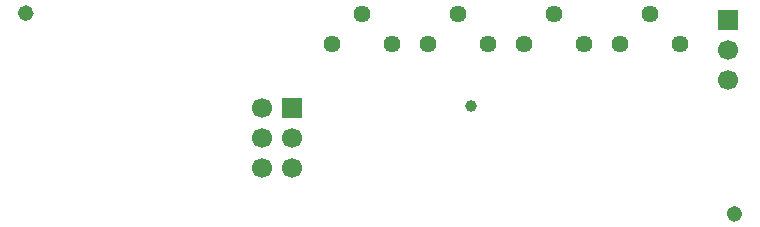
<source format=gbr>
%TF.GenerationSoftware,KiCad,Pcbnew,9.0.6-9.0.6~ubuntu24.04.1*%
%TF.CreationDate,2025-11-20T00:47:47+08:00*%
%TF.ProjectId,ksoloti-gills-cv-expander,6b736f6c-6f74-4692-9d67-696c6c732d63,v0.3*%
%TF.SameCoordinates,Original*%
%TF.FileFunction,Soldermask,Bot*%
%TF.FilePolarity,Negative*%
%FSLAX46Y46*%
G04 Gerber Fmt 4.6, Leading zero omitted, Abs format (unit mm)*
G04 Created by KiCad (PCBNEW 9.0.6-9.0.6~ubuntu24.04.1) date 2025-11-20 00:47:47*
%MOMM*%
%LPD*%
G01*
G04 APERTURE LIST*
%ADD10C,0.650000*%
%ADD11C,1.152000*%
%ADD12C,1.000000*%
%ADD13C,1.440000*%
%ADD14R,1.700000X1.700000*%
%ADD15C,1.700000*%
G04 APERTURE END LIST*
%TO.C,FID1*%
D10*
X-22215000Y8000000D02*
G75*
G02*
X-22865000Y8000000I-325000J0D01*
G01*
X-22865000Y8000000D02*
G75*
G02*
X-22215000Y8000000I325000J0D01*
G01*
%TO.C,FID2*%
X37785000Y-9000000D02*
G75*
G02*
X37135000Y-9000000I-325000J0D01*
G01*
X37135000Y-9000000D02*
G75*
G02*
X37785000Y-9000000I325000J0D01*
G01*
%TD*%
D11*
%TO.C,FID1*%
X-22540000Y8000000D03*
%TD*%
%TO.C,FID2*%
X37460000Y-9000000D03*
%TD*%
D12*
%TO.C,TP1*%
X15113000Y127000D03*
%TD*%
D13*
%TO.C,TR4*%
X27806200Y5347200D03*
X30346200Y7887200D03*
X32886200Y5347200D03*
%TD*%
%TO.C,TR3*%
X19678200Y5347200D03*
X22218200Y7887200D03*
X24758200Y5347200D03*
%TD*%
D14*
%TO.C,J1*%
X0Y0D03*
D15*
X-2540000Y0D03*
X0Y-2540000D03*
X-2540000Y-2540000D03*
X0Y-5080000D03*
X-2540000Y-5080000D03*
%TD*%
D13*
%TO.C,TR1*%
X3422200Y5347200D03*
X5962200Y7887200D03*
X8502200Y5347200D03*
%TD*%
D14*
%TO.C,J2*%
X36920000Y7460000D03*
D15*
X36920000Y4920000D03*
X36920000Y2380000D03*
%TD*%
D13*
%TO.C,TR2*%
X11550200Y5347200D03*
X14090200Y7887200D03*
X16630200Y5347200D03*
%TD*%
M02*

</source>
